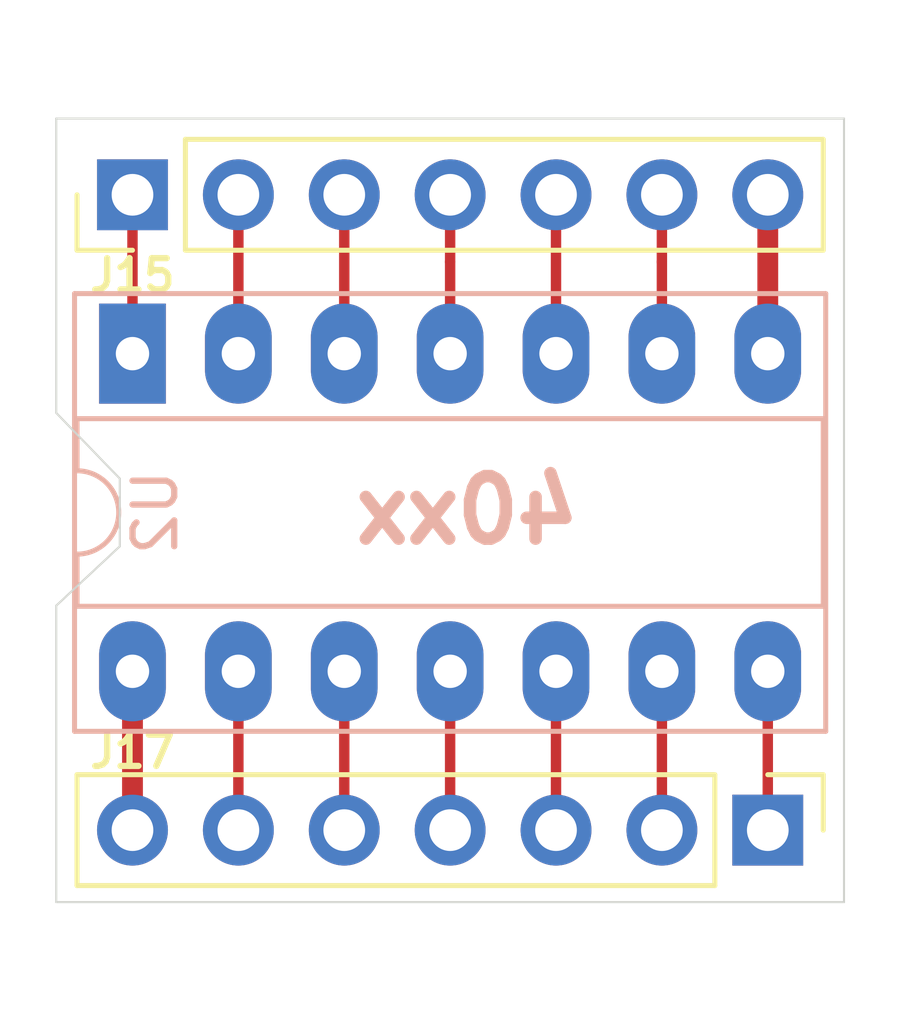
<source format=kicad_pcb>
(kicad_pcb (version 20171130) (host pcbnew "(5.1.4)-1")

  (general
    (thickness 1.6)
    (drawings 9)
    (tracks 19)
    (zones 0)
    (modules 3)
    (nets 15)
  )

  (page A4)
  (layers
    (0 F.Cu signal)
    (31 B.Cu signal)
    (32 B.Adhes user)
    (33 F.Adhes user)
    (34 B.Paste user)
    (35 F.Paste user)
    (36 B.SilkS user)
    (37 F.SilkS user)
    (38 B.Mask user)
    (39 F.Mask user)
    (40 Dwgs.User user)
    (41 Cmts.User user)
    (42 Eco1.User user)
    (43 Eco2.User user)
    (44 Edge.Cuts user)
    (45 Margin user)
    (46 B.CrtYd user)
    (47 F.CrtYd user)
    (48 B.Fab user)
    (49 F.Fab user)
  )

  (setup
    (last_trace_width 0.25)
    (trace_clearance 0.2)
    (zone_clearance 0.508)
    (zone_45_only no)
    (trace_min 0.2)
    (via_size 0.8)
    (via_drill 0.4)
    (via_min_size 0.4)
    (via_min_drill 0.3)
    (uvia_size 0.3)
    (uvia_drill 0.1)
    (uvias_allowed no)
    (uvia_min_size 0.2)
    (uvia_min_drill 0.1)
    (edge_width 0.05)
    (segment_width 0.2)
    (pcb_text_width 0.3)
    (pcb_text_size 1.5 1.5)
    (mod_edge_width 0.12)
    (mod_text_size 1 1)
    (mod_text_width 0.15)
    (pad_size 1.524 1.524)
    (pad_drill 0.762)
    (pad_to_mask_clearance 0.051)
    (solder_mask_min_width 0.25)
    (aux_axis_origin 0 0)
    (visible_elements 7FFFFFFF)
    (pcbplotparams
      (layerselection 0x010fc_ffffffff)
      (usegerberextensions false)
      (usegerberattributes true)
      (usegerberadvancedattributes false)
      (creategerberjobfile false)
      (excludeedgelayer true)
      (linewidth 0.100000)
      (plotframeref false)
      (viasonmask false)
      (mode 1)
      (useauxorigin false)
      (hpglpennumber 1)
      (hpglpenspeed 20)
      (hpglpendiameter 15.000000)
      (psnegative false)
      (psa4output false)
      (plotreference true)
      (plotvalue true)
      (plotinvisibletext false)
      (padsonsilk false)
      (subtractmaskfromsilk false)
      (outputformat 1)
      (mirror false)
      (drillshape 0)
      (scaleselection 1)
      (outputdirectory "mini/"))
  )

  (net 0 "")
  (net 1 Earth)
  (net 2 +12V)
  (net 3 "Net-(D1-Pad1)")
  (net 4 "Net-(D5-Pad1)")
  (net 5 "Net-(D8-Pad1)")
  (net 6 "Net-(D10-Pad1)")
  (net 7 "Net-(D13-Pad1)")
  (net 8 "Net-(D15-Pad1)")
  (net 9 "Net-(D18-Pad1)")
  (net 10 "Net-(D20-Pad1)")
  (net 11 "Net-(J15-Pad3)")
  (net 12 "Net-(J17-Pad3)")
  (net 13 "Net-(J15-Pad4)")
  (net 14 "Net-(J17-Pad4)")

  (net_class Default "This is the default net class."
    (clearance 0.2)
    (trace_width 0.25)
    (via_dia 0.8)
    (via_drill 0.4)
    (uvia_dia 0.3)
    (uvia_drill 0.1)
    (add_net "Net-(D1-Pad1)")
    (add_net "Net-(D10-Pad1)")
    (add_net "Net-(D13-Pad1)")
    (add_net "Net-(D15-Pad1)")
    (add_net "Net-(D18-Pad1)")
    (add_net "Net-(D20-Pad1)")
    (add_net "Net-(D5-Pad1)")
    (add_net "Net-(D8-Pad1)")
    (add_net "Net-(J15-Pad3)")
    (add_net "Net-(J15-Pad4)")
    (add_net "Net-(J17-Pad3)")
    (add_net "Net-(J17-Pad4)")
  )

  (net_class Power ""
    (clearance 0.2)
    (trace_width 0.5)
    (via_dia 0.8)
    (via_drill 0.4)
    (uvia_dia 0.3)
    (uvia_drill 0.1)
    (add_net +12V)
    (add_net Earth)
  )

  (module Package_DIP:DIP-14_W7.62mm_Socket_LongPads (layer B.Cu) (tedit 5A02E8C5) (tstamp 5F5E6335)
    (at 116.078 90.6272 270)
    (descr "14-lead though-hole mounted DIP package, row spacing 7.62 mm (300 mils), Socket, LongPads")
    (tags "THT DIP DIL PDIP 2.54mm 7.62mm 300mil Socket LongPads")
    (path /5F61F472)
    (fp_text reference U2 (at 3.81 -0.5461 90) (layer B.SilkS)
      (effects (font (size 1 1) (thickness 0.15)) (justify mirror))
    )
    (fp_text value 4070 (at 3.6957 -9.6393) (layer B.SilkS) hide
      (effects (font (size 1 1) (thickness 0.15)) (justify mirror))
    )
    (fp_text user %R (at 3.81 -7.62 90) (layer B.Fab)
      (effects (font (size 1 1) (thickness 0.15)) (justify mirror))
    )
    (fp_line (start 9.15 1.6) (end -1.55 1.6) (layer B.CrtYd) (width 0.05))
    (fp_line (start 9.15 -16.85) (end 9.15 1.6) (layer B.CrtYd) (width 0.05))
    (fp_line (start -1.55 -16.85) (end 9.15 -16.85) (layer B.CrtYd) (width 0.05))
    (fp_line (start -1.55 1.6) (end -1.55 -16.85) (layer B.CrtYd) (width 0.05))
    (fp_line (start 9.06 1.39) (end -1.44 1.39) (layer B.SilkS) (width 0.12))
    (fp_line (start 9.06 -16.63) (end 9.06 1.39) (layer B.SilkS) (width 0.12))
    (fp_line (start -1.44 -16.63) (end 9.06 -16.63) (layer B.SilkS) (width 0.12))
    (fp_line (start -1.44 1.39) (end -1.44 -16.63) (layer B.SilkS) (width 0.12))
    (fp_line (start 6.06 1.33) (end 4.81 1.33) (layer B.SilkS) (width 0.12))
    (fp_line (start 6.06 -16.57) (end 6.06 1.33) (layer B.SilkS) (width 0.12))
    (fp_line (start 1.56 -16.57) (end 6.06 -16.57) (layer B.SilkS) (width 0.12))
    (fp_line (start 1.56 1.33) (end 1.56 -16.57) (layer B.SilkS) (width 0.12))
    (fp_line (start 2.81 1.33) (end 1.56 1.33) (layer B.SilkS) (width 0.12))
    (fp_line (start 8.89 1.33) (end -1.27 1.33) (layer B.Fab) (width 0.1))
    (fp_line (start 8.89 -16.57) (end 8.89 1.33) (layer B.Fab) (width 0.1))
    (fp_line (start -1.27 -16.57) (end 8.89 -16.57) (layer B.Fab) (width 0.1))
    (fp_line (start -1.27 1.33) (end -1.27 -16.57) (layer B.Fab) (width 0.1))
    (fp_line (start 0.635 0.27) (end 1.635 1.27) (layer B.Fab) (width 0.1))
    (fp_line (start 0.635 -16.51) (end 0.635 0.27) (layer B.Fab) (width 0.1))
    (fp_line (start 6.985 -16.51) (end 0.635 -16.51) (layer B.Fab) (width 0.1))
    (fp_line (start 6.985 1.27) (end 6.985 -16.51) (layer B.Fab) (width 0.1))
    (fp_line (start 1.635 1.27) (end 6.985 1.27) (layer B.Fab) (width 0.1))
    (fp_arc (start 3.81 1.33) (end 2.81 1.33) (angle 180) (layer B.SilkS) (width 0.12))
    (pad 14 thru_hole oval (at 7.62 0 270) (size 2.4 1.6) (drill 0.8) (layers *.Cu *.Mask)
      (net 2 +12V))
    (pad 7 thru_hole oval (at 0 -15.24 270) (size 2.4 1.6) (drill 0.8) (layers *.Cu *.Mask)
      (net 1 Earth))
    (pad 13 thru_hole oval (at 7.62 -2.54 270) (size 2.4 1.6) (drill 0.8) (layers *.Cu *.Mask)
      (net 10 "Net-(D20-Pad1)"))
    (pad 6 thru_hole oval (at 0 -12.7 270) (size 2.4 1.6) (drill 0.8) (layers *.Cu *.Mask)
      (net 6 "Net-(D10-Pad1)"))
    (pad 12 thru_hole oval (at 7.62 -5.08 270) (size 2.4 1.6) (drill 0.8) (layers *.Cu *.Mask)
      (net 9 "Net-(D18-Pad1)"))
    (pad 5 thru_hole oval (at 0 -10.16 270) (size 2.4 1.6) (drill 0.8) (layers *.Cu *.Mask)
      (net 5 "Net-(D8-Pad1)"))
    (pad 11 thru_hole oval (at 7.62 -7.62 270) (size 2.4 1.6) (drill 0.8) (layers *.Cu *.Mask)
      (net 14 "Net-(J17-Pad4)"))
    (pad 4 thru_hole oval (at 0 -7.62 270) (size 2.4 1.6) (drill 0.8) (layers *.Cu *.Mask)
      (net 13 "Net-(J15-Pad4)"))
    (pad 10 thru_hole oval (at 7.62 -10.16 270) (size 2.4 1.6) (drill 0.8) (layers *.Cu *.Mask)
      (net 12 "Net-(J17-Pad3)"))
    (pad 3 thru_hole oval (at 0 -5.08 270) (size 2.4 1.6) (drill 0.8) (layers *.Cu *.Mask)
      (net 11 "Net-(J15-Pad3)"))
    (pad 9 thru_hole oval (at 7.62 -12.7 270) (size 2.4 1.6) (drill 0.8) (layers *.Cu *.Mask)
      (net 8 "Net-(D15-Pad1)"))
    (pad 2 thru_hole oval (at 0 -2.54 270) (size 2.4 1.6) (drill 0.8) (layers *.Cu *.Mask)
      (net 4 "Net-(D5-Pad1)"))
    (pad 8 thru_hole oval (at 7.62 -15.24 270) (size 2.4 1.6) (drill 0.8) (layers *.Cu *.Mask)
      (net 7 "Net-(D13-Pad1)"))
    (pad 1 thru_hole rect (at 0 0 270) (size 2.4 1.6) (drill 0.8) (layers *.Cu *.Mask)
      (net 3 "Net-(D1-Pad1)"))
    (model ${KISYS3DMOD}/Package_DIP.3dshapes/DIP-14_W7.62mm_Socket.wrl
      (at (xyz 0 0 0))
      (scale (xyz 1 1 1))
      (rotate (xyz 0 0 0))
    )
  )

  (module Connector_PinHeader_2.54mm:PinHeader_1x07_P2.54mm_Vertical (layer F.Cu) (tedit 59FED5CC) (tstamp 606B4AA7)
    (at 116.078 86.8172 90)
    (descr "Through hole straight pin header, 1x07, 2.54mm pitch, single row")
    (tags "Through hole pin header THT 1x07 2.54mm single row")
    (path /5FBE3970)
    (fp_text reference J15 (at -1.9304 0 180) (layer F.SilkS)
      (effects (font (size 0.75 0.75) (thickness 0.15)))
    )
    (fp_text value Conn_01x07 (at 0 17.57 90) (layer F.Fab)
      (effects (font (size 1 1) (thickness 0.15)))
    )
    (fp_text user %R (at 0 7.62) (layer F.Fab)
      (effects (font (size 1 1) (thickness 0.15)))
    )
    (fp_line (start 1.8 -1.8) (end -1.8 -1.8) (layer F.CrtYd) (width 0.05))
    (fp_line (start 1.8 17.05) (end 1.8 -1.8) (layer F.CrtYd) (width 0.05))
    (fp_line (start -1.8 17.05) (end 1.8 17.05) (layer F.CrtYd) (width 0.05))
    (fp_line (start -1.8 -1.8) (end -1.8 17.05) (layer F.CrtYd) (width 0.05))
    (fp_line (start -1.33 -1.33) (end 0 -1.33) (layer F.SilkS) (width 0.12))
    (fp_line (start -1.33 0) (end -1.33 -1.33) (layer F.SilkS) (width 0.12))
    (fp_line (start -1.33 1.27) (end 1.33 1.27) (layer F.SilkS) (width 0.12))
    (fp_line (start 1.33 1.27) (end 1.33 16.57) (layer F.SilkS) (width 0.12))
    (fp_line (start -1.33 1.27) (end -1.33 16.57) (layer F.SilkS) (width 0.12))
    (fp_line (start -1.33 16.57) (end 1.33 16.57) (layer F.SilkS) (width 0.12))
    (fp_line (start -1.27 -0.635) (end -0.635 -1.27) (layer F.Fab) (width 0.1))
    (fp_line (start -1.27 16.51) (end -1.27 -0.635) (layer F.Fab) (width 0.1))
    (fp_line (start 1.27 16.51) (end -1.27 16.51) (layer F.Fab) (width 0.1))
    (fp_line (start 1.27 -1.27) (end 1.27 16.51) (layer F.Fab) (width 0.1))
    (fp_line (start -0.635 -1.27) (end 1.27 -1.27) (layer F.Fab) (width 0.1))
    (pad 7 thru_hole oval (at 0 15.24 90) (size 1.7 1.7) (drill 1) (layers *.Cu *.Mask)
      (net 1 Earth))
    (pad 6 thru_hole oval (at 0 12.7 90) (size 1.7 1.7) (drill 1) (layers *.Cu *.Mask)
      (net 6 "Net-(D10-Pad1)"))
    (pad 5 thru_hole oval (at 0 10.16 90) (size 1.7 1.7) (drill 1) (layers *.Cu *.Mask)
      (net 5 "Net-(D8-Pad1)"))
    (pad 4 thru_hole oval (at 0 7.62 90) (size 1.7 1.7) (drill 1) (layers *.Cu *.Mask)
      (net 13 "Net-(J15-Pad4)"))
    (pad 3 thru_hole oval (at 0 5.08 90) (size 1.7 1.7) (drill 1) (layers *.Cu *.Mask)
      (net 11 "Net-(J15-Pad3)"))
    (pad 2 thru_hole oval (at 0 2.54 90) (size 1.7 1.7) (drill 1) (layers *.Cu *.Mask)
      (net 4 "Net-(D5-Pad1)"))
    (pad 1 thru_hole rect (at 0 0 90) (size 1.7 1.7) (drill 1) (layers *.Cu *.Mask)
      (net 3 "Net-(D1-Pad1)"))
    (model ${KISYS3DMOD}/Connector_PinHeader_2.54mm.3dshapes/PinHeader_1x07_P2.54mm_Vertical.wrl
      (at (xyz 0 0 0))
      (scale (xyz 1 1 1))
      (rotate (xyz 0 0 0))
    )
  )

  (module Connector_PinHeader_2.54mm:PinHeader_1x07_P2.54mm_Vertical (layer F.Cu) (tedit 59FED5CC) (tstamp 606B5FC4)
    (at 131.318 102.0572 270)
    (descr "Through hole straight pin header, 1x07, 2.54mm pitch, single row")
    (tags "Through hole pin header THT 1x07 2.54mm single row")
    (path /5FD1D7F2)
    (fp_text reference J17 (at -1.8796 15.24) (layer F.SilkS)
      (effects (font (size 0.75 0.75) (thickness 0.15)))
    )
    (fp_text value Conn_01x07 (at 0 17.57 90) (layer F.Fab)
      (effects (font (size 1 1) (thickness 0.15)))
    )
    (fp_text user %R (at 0 7.62) (layer F.Fab)
      (effects (font (size 1 1) (thickness 0.15)))
    )
    (fp_line (start 1.8 -1.8) (end -1.8 -1.8) (layer F.CrtYd) (width 0.05))
    (fp_line (start 1.8 17.05) (end 1.8 -1.8) (layer F.CrtYd) (width 0.05))
    (fp_line (start -1.8 17.05) (end 1.8 17.05) (layer F.CrtYd) (width 0.05))
    (fp_line (start -1.8 -1.8) (end -1.8 17.05) (layer F.CrtYd) (width 0.05))
    (fp_line (start -1.33 -1.33) (end 0 -1.33) (layer F.SilkS) (width 0.12))
    (fp_line (start -1.33 0) (end -1.33 -1.33) (layer F.SilkS) (width 0.12))
    (fp_line (start -1.33 1.27) (end 1.33 1.27) (layer F.SilkS) (width 0.12))
    (fp_line (start 1.33 1.27) (end 1.33 16.57) (layer F.SilkS) (width 0.12))
    (fp_line (start -1.33 1.27) (end -1.33 16.57) (layer F.SilkS) (width 0.12))
    (fp_line (start -1.33 16.57) (end 1.33 16.57) (layer F.SilkS) (width 0.12))
    (fp_line (start -1.27 -0.635) (end -0.635 -1.27) (layer F.Fab) (width 0.1))
    (fp_line (start -1.27 16.51) (end -1.27 -0.635) (layer F.Fab) (width 0.1))
    (fp_line (start 1.27 16.51) (end -1.27 16.51) (layer F.Fab) (width 0.1))
    (fp_line (start 1.27 -1.27) (end 1.27 16.51) (layer F.Fab) (width 0.1))
    (fp_line (start -0.635 -1.27) (end 1.27 -1.27) (layer F.Fab) (width 0.1))
    (pad 7 thru_hole oval (at 0 15.24 270) (size 1.7 1.7) (drill 1) (layers *.Cu *.Mask)
      (net 2 +12V))
    (pad 6 thru_hole oval (at 0 12.7 270) (size 1.7 1.7) (drill 1) (layers *.Cu *.Mask)
      (net 10 "Net-(D20-Pad1)"))
    (pad 5 thru_hole oval (at 0 10.16 270) (size 1.7 1.7) (drill 1) (layers *.Cu *.Mask)
      (net 9 "Net-(D18-Pad1)"))
    (pad 4 thru_hole oval (at 0 7.62 270) (size 1.7 1.7) (drill 1) (layers *.Cu *.Mask)
      (net 14 "Net-(J17-Pad4)"))
    (pad 3 thru_hole oval (at 0 5.08 270) (size 1.7 1.7) (drill 1) (layers *.Cu *.Mask)
      (net 12 "Net-(J17-Pad3)"))
    (pad 2 thru_hole oval (at 0 2.54 270) (size 1.7 1.7) (drill 1) (layers *.Cu *.Mask)
      (net 8 "Net-(D15-Pad1)"))
    (pad 1 thru_hole rect (at 0 0 270) (size 1.7 1.7) (drill 1) (layers *.Cu *.Mask)
      (net 7 "Net-(D13-Pad1)"))
    (model ${KISYS3DMOD}/Connector_PinHeader_2.54mm.3dshapes/PinHeader_1x07_P2.54mm_Vertical.wrl
      (at (xyz 0 0 0))
      (scale (xyz 1 1 1))
      (rotate (xyz 0 0 0))
    )
  )

  (gr_text 40xx (at 124.1044 94.3864) (layer B.SilkS)
    (effects (font (size 1.5 1.5) (thickness 0.3)) (justify mirror))
  )
  (gr_line (start 114.2492 103.7844) (end 133.1468 103.7844) (layer Edge.Cuts) (width 0.05))
  (gr_line (start 133.1468 84.9884) (end 114.2492 84.9884) (layer Edge.Cuts) (width 0.05) (tstamp 606B9B5F))
  (gr_line (start 115.7732 95.25) (end 114.2492 96.6724) (layer Edge.Cuts) (width 0.05) (tstamp 606A5C46))
  (gr_line (start 114.2492 92.0496) (end 114.2492 84.9884) (layer Edge.Cuts) (width 0.05) (tstamp 606B9B60))
  (gr_line (start 115.7732 95.25) (end 115.7732 93.6244) (layer Edge.Cuts) (width 0.05))
  (gr_line (start 115.7732 93.6244) (end 114.2492 92.0496) (layer Edge.Cuts) (width 0.05) (tstamp 606A5C42))
  (gr_line (start 133.1468 84.9884) (end 133.1468 103.7844) (layer Edge.Cuts) (width 0.05) (tstamp 606B9B3D))
  (gr_line (start 114.2492 96.6724) (end 114.2492 103.7844) (layer Edge.Cuts) (width 0.05) (tstamp 606A5C52))

  (segment (start 131.318 90.6272) (end 131.318 87.2236) (width 0.5) (layer F.Cu) (net 1))
  (segment (start 116.078 98.2472) (end 116.078 101.6) (width 0.5) (layer F.Cu) (net 2))
  (segment (start 116.078 90.6272) (end 116.078 87.2236) (width 0.25) (layer F.Cu) (net 3))
  (segment (start 118.618 87.2236) (end 118.618 90.6272) (width 0.25) (layer F.Cu) (net 4))
  (segment (start 126.238 90.6272) (end 126.238 89.1772) (width 0.25) (layer F.Cu) (net 5))
  (segment (start 126.238 89.1772) (end 126.238 87.2236) (width 0.25) (layer F.Cu) (net 5))
  (segment (start 128.778 87.2236) (end 128.778 88.425681) (width 0.25) (layer F.Cu) (net 6))
  (segment (start 128.778 88.425681) (end 128.778 90.6272) (width 0.25) (layer F.Cu) (net 6))
  (segment (start 131.318 98.2472) (end 131.318 101.6) (width 0.25) (layer F.Cu) (net 7))
  (segment (start 128.778 101.6) (end 128.778 98.2472) (width 0.25) (layer F.Cu) (net 8))
  (segment (start 121.158 98.2472) (end 121.158 99.6972) (width 0.25) (layer F.Cu) (net 9))
  (segment (start 121.158 99.6972) (end 121.158 101.6) (width 0.25) (layer F.Cu) (net 9))
  (segment (start 118.618 101.6) (end 118.618 98.2472) (width 0.25) (layer F.Cu) (net 10))
  (segment (start 121.158 90.6272) (end 121.158 89.1772) (width 0.25) (layer F.Cu) (net 11))
  (segment (start 121.158 89.1772) (end 121.158 87.2236) (width 0.25) (layer F.Cu) (net 11))
  (segment (start 126.238 98.2472) (end 126.238 101.6) (width 0.25) (layer F.Cu) (net 12))
  (segment (start 123.698 87.2236) (end 123.698 88.425681) (width 0.25) (layer F.Cu) (net 13))
  (segment (start 123.698 88.425681) (end 123.698 90.6272) (width 0.25) (layer F.Cu) (net 13))
  (segment (start 123.698 101.6) (end 123.698 98.2472) (width 0.25) (layer F.Cu) (net 14))

)

</source>
